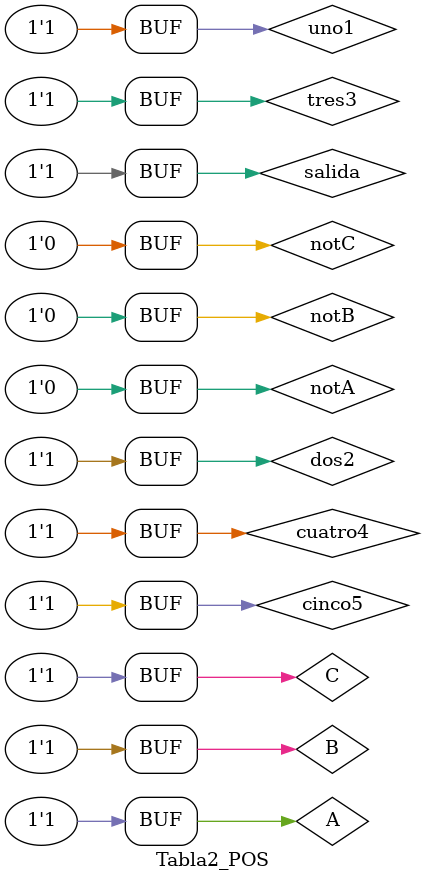
<source format=v>
module Tabla2_POS();

reg A, B, C;
wire notA, notB, notC;

not a(notA, A);
not b(notB, B);
not c(notC, C);

or uno(uno1, A, B, C);
or dos(dos2, A, notB, C);
or tres(tres3, A, notB, notC);
or cuatro(cuatro4, notA, B, C);
or cinco(cinco5, notA, B, notC);

and ultima(salida, uno1, dos2, tres3, cuatro4, cinco5);

initial begin

$display("| A B C | Y |");
$display("|-------|---|");
$monitor("| %b %b %b | %b |", A, B, C, salida);
A = 0; B = 0; C = 0;
#1 C = 1;
#1 B = 1; C = 0;
#1 C = 1;
#1 A = 1; B = 0; C = 0;
#1 C = 1;
#1 B = 1; C = 0;
#1 C = 1;

end

endmodule 

</source>
